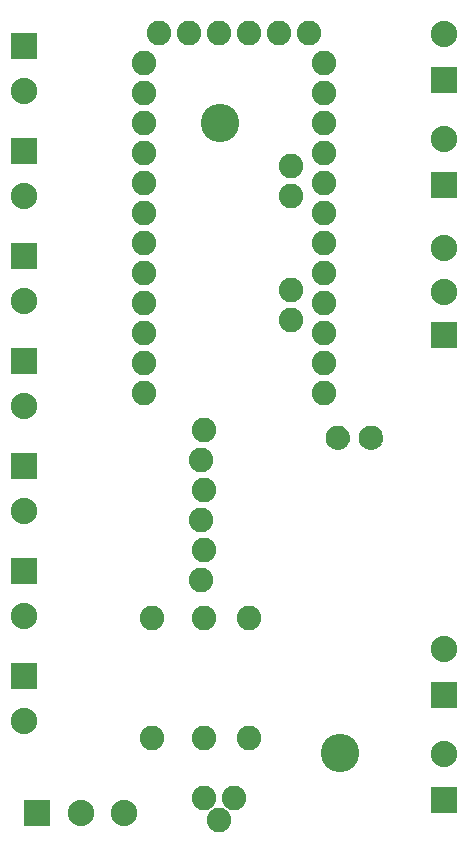
<source format=gbs>
G75*
%MOIN*%
%OFA0B0*%
%FSLAX24Y24*%
%IPPOS*%
%LPD*%
%AMOC8*
5,1,8,0,0,1.08239X$1,22.5*
%
%ADD10C,0.1280*%
%ADD11R,0.0880X0.0880*%
%ADD12C,0.0880*%
%ADD13C,0.0820*%
%ADD14C,0.0050*%
D10*
X012110Y003610D03*
X008110Y024610D03*
D11*
X002030Y001600D03*
X001600Y006170D03*
X001600Y009670D03*
X001600Y013170D03*
X001600Y016670D03*
X001600Y020170D03*
X001600Y023670D03*
X001600Y027170D03*
X015600Y026030D03*
X015600Y022530D03*
X015600Y017530D03*
X015600Y005530D03*
X015600Y002030D03*
D12*
X015600Y003548D03*
X015600Y007048D03*
X015600Y018978D03*
X015600Y020426D03*
X015600Y024048D03*
X015600Y027548D03*
X001600Y025652D03*
X001600Y022152D03*
X001600Y018652D03*
X001600Y015152D03*
X001600Y011652D03*
X001600Y008152D03*
X001600Y004652D03*
X003478Y001600D03*
X004926Y001600D03*
D13*
X005850Y004100D03*
X007600Y004100D03*
X007600Y002100D03*
X008100Y001350D03*
X008600Y002100D03*
X009100Y004100D03*
X009100Y008100D03*
X007600Y008100D03*
X007490Y009350D03*
X007590Y010350D03*
X007490Y011350D03*
X007590Y012350D03*
X007490Y013350D03*
X007590Y014350D03*
X005600Y015600D03*
X005600Y016600D03*
X005600Y017600D03*
X005600Y018600D03*
X005600Y019600D03*
X005600Y020600D03*
X005600Y021600D03*
X005600Y022600D03*
X005600Y023600D03*
X005600Y024600D03*
X005600Y025600D03*
X005600Y026600D03*
X006100Y027600D03*
X007100Y027600D03*
X008100Y027600D03*
X009100Y027600D03*
X010100Y027600D03*
X011100Y027600D03*
X011600Y026600D03*
X011600Y025600D03*
X011600Y024600D03*
X011600Y023600D03*
X011600Y022600D03*
X011600Y021600D03*
X011600Y020600D03*
X011600Y019600D03*
X011600Y018600D03*
X011600Y017600D03*
X011600Y016600D03*
X011600Y015600D03*
X010475Y018038D03*
X010475Y019038D03*
X010475Y022163D03*
X010475Y023163D03*
X005850Y008100D03*
D14*
X011702Y013951D02*
X011680Y014021D01*
X011672Y014093D01*
X011677Y014159D01*
X011693Y014223D01*
X011721Y014283D01*
X011758Y014338D01*
X011804Y014385D01*
X011858Y014424D01*
X011917Y014453D01*
X011981Y014470D01*
X012047Y014477D01*
X012113Y014470D01*
X012176Y014452D01*
X012236Y014423D01*
X012290Y014385D01*
X012336Y014337D01*
X012373Y014282D01*
X012400Y014222D01*
X012416Y014158D01*
X012421Y014092D01*
X012413Y014020D01*
X012391Y013951D01*
X012357Y013888D01*
X012310Y013832D01*
X012254Y013787D01*
X012190Y013754D01*
X012120Y013733D01*
X012048Y013727D01*
X011976Y013733D01*
X011906Y013753D01*
X011841Y013787D01*
X011784Y013832D01*
X011737Y013888D01*
X011702Y013951D01*
X011700Y013960D02*
X012394Y013960D01*
X012409Y014008D02*
X011684Y014008D01*
X011676Y014057D02*
X012417Y014057D01*
X012420Y014105D02*
X011673Y014105D01*
X011677Y014154D02*
X012417Y014154D01*
X012405Y014202D02*
X011688Y014202D01*
X011706Y014251D02*
X012387Y014251D01*
X012362Y014299D02*
X011731Y014299D01*
X011767Y014348D02*
X012326Y014348D01*
X012274Y014396D02*
X011819Y014396D01*
X011901Y014445D02*
X012192Y014445D01*
X012369Y013911D02*
X011724Y013911D01*
X011759Y013863D02*
X012336Y013863D01*
X012288Y013814D02*
X011807Y013814D01*
X011882Y013766D02*
X012213Y013766D01*
X012804Y013951D02*
X012782Y014021D01*
X012774Y014093D01*
X012779Y014159D01*
X012795Y014223D01*
X012823Y014283D01*
X012860Y014338D01*
X012906Y014385D01*
X012960Y014424D01*
X013019Y014453D01*
X013083Y014470D01*
X013149Y014477D01*
X013215Y014470D01*
X013278Y014452D01*
X013338Y014423D01*
X013392Y014385D01*
X013438Y014337D01*
X013475Y014282D01*
X013502Y014222D01*
X013518Y014158D01*
X013523Y014092D01*
X013515Y014020D01*
X013493Y013951D01*
X013459Y013888D01*
X013412Y013832D01*
X013356Y013787D01*
X013292Y013754D01*
X013222Y013733D01*
X013150Y013727D01*
X013078Y013733D01*
X013008Y013753D01*
X012943Y013787D01*
X012886Y013832D01*
X012839Y013888D01*
X012804Y013951D01*
X012802Y013960D02*
X013496Y013960D01*
X013511Y014008D02*
X012786Y014008D01*
X012778Y014057D02*
X013519Y014057D01*
X013522Y014105D02*
X012775Y014105D01*
X012779Y014154D02*
X013519Y014154D01*
X013507Y014202D02*
X012790Y014202D01*
X012808Y014251D02*
X013489Y014251D01*
X013464Y014299D02*
X012833Y014299D01*
X012869Y014348D02*
X013428Y014348D01*
X013376Y014396D02*
X012921Y014396D01*
X013003Y014445D02*
X013294Y014445D01*
X013472Y013911D02*
X012826Y013911D01*
X012861Y013863D02*
X013438Y013863D01*
X013390Y013814D02*
X012909Y013814D01*
X012984Y013766D02*
X013315Y013766D01*
M02*

</source>
